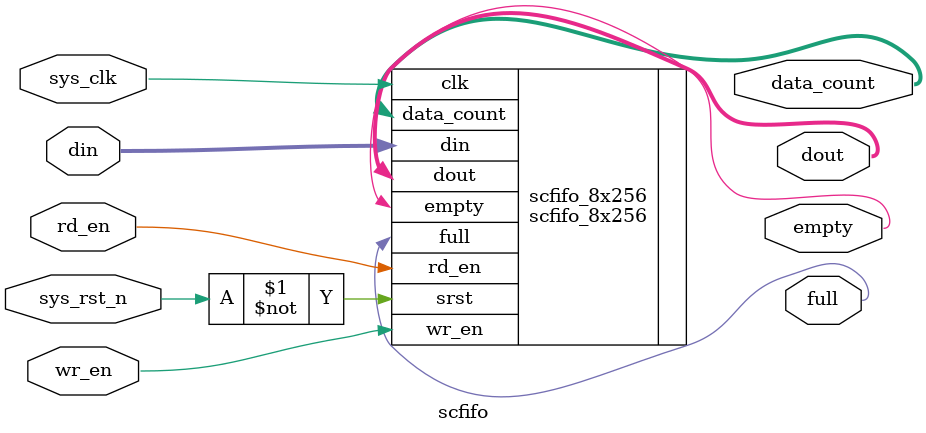
<source format=v>

module scfifo(
input wire sys_clk,
input wire sys_rst_n,
input wire [7:0] din,
input wire wr_en,
input wire rd_en,

output wire [7:0] dout,
output wire full,
output wire empty,
output wire [7:0] data_count
    );


scfifo_8x256 scfifo_8x256 (
  .clk(sys_clk),                // input wire clk
  .srst(~sys_rst_n),              // input wire srst
  .din(din),                // input wire [7 : 0] din
  .wr_en(wr_en),            // input wire wr_en
  .rd_en(rd_en),            // input wire rd_en
  .dout(dout),              // output wire [7 : 0] dout
  .full(full),              // output wire full
  .empty(empty),            // output wire empty
  .data_count(data_count)  // output wire [7 : 0] data_count
);

endmodule

</source>
